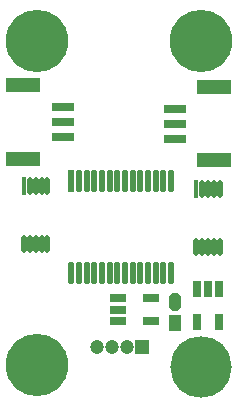
<source format=gts>
%FSTAX23Y23*%
%MOIN*%
%SFA1B1*%

%IPPOS*%
%AMD34*
4,1,8,-0.021500,0.018200,-0.021500,-0.018200,-0.010700,-0.029000,0.010700,-0.029000,0.021500,-0.018200,0.021500,0.018200,0.010700,0.029000,-0.010700,0.029000,-0.021500,0.018200,0.0*
%
%ADD26R,0.018240X0.059180*%
%ADD27O,0.018240X0.059180*%
%ADD28R,0.118110X0.047240*%
%ADD29R,0.074800X0.031500*%
%ADD30R,0.027690X0.055240*%
%ADD31R,0.021780X0.074930*%
%ADD32O,0.021780X0.074930*%
%ADD33R,0.043000X0.058000*%
G04~CAMADD=34~4~0.0~0.0~580.0~430.0~0.0~107.5~0~0.0~0.0~0.0~0.0~0~0.0~0.0~0.0~0.0~0~0.0~0.0~0.0~90.0~430.0~580.0*
%ADD34D34*%
%ADD35R,0.055240X0.027690*%
%ADD36C,0.204850*%
%ADD37R,0.047370X0.047370*%
%ADD38C,0.047370*%
%ADD39C,0.208000*%
%LNusb2uart-1*%
%LPD*%
G54D26*
X00193Y00716D03*
X00768Y00706D03*
G54D27*
X00212Y00716D03*
X00232D03*
X00252D03*
X00271D03*
Y00523D03*
X00252D03*
X00232D03*
X00212D03*
X00193D03*
X00787Y00706D03*
X00807D03*
X00827D03*
X00846D03*
Y00513D03*
X00827D03*
X00807D03*
X00787D03*
X00768D03*
G54D28*
X00191Y01052D03*
Y00807D03*
X00828Y00802D03*
Y01047D03*
G54D29*
X00323Y0093D03*
Y00979D03*
Y0088D03*
X00696Y00925D03*
Y00875D03*
Y00974D03*
G54D30*
X00844Y00264D03*
X0077D03*
X00807Y00375D03*
X0077D03*
X00844D03*
G54D31*
X00351Y00733D03*
G54D32*
X00376Y00733D03*
X00402D03*
X00427D03*
X00453D03*
X00479D03*
X00504D03*
X0053D03*
X00555D03*
X00581D03*
X00606D03*
X00632D03*
X00658D03*
X00683D03*
Y00426D03*
X00658D03*
X00632D03*
X00606D03*
X00581D03*
X00555D03*
X0053D03*
X00504D03*
X00479D03*
X00453D03*
X00427D03*
X00402D03*
X00376D03*
X00351D03*
G54D33*
X00697Y0026D03*
G54D34*
X00697Y0033D03*
G54D35*
X00507Y00342D03*
Y00267D03*
Y00305D03*
X00617Y00267D03*
Y00342D03*
G54D36*
X00782Y00115D03*
G54D37*
X00585Y0018D03*
G54D38*
X00535Y0018D03*
X00486D03*
X00437D03*
G54D39*
X00237Y012D03*
X00783D03*
X00237Y0012D03*
M02*
</source>
